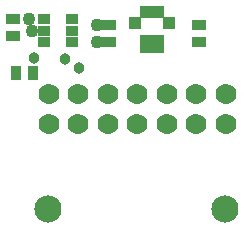
<source format=gbr>
%TF.GenerationSoftware,Altium Limited,Altium Designer,24.1.2 (44)*%
G04 Layer_Color=8388736*
%FSLAX45Y45*%
%MOMM*%
%TF.SameCoordinates,140E097B-8517-4C1D-959E-99074445C54D*%
%TF.FilePolarity,Negative*%
%TF.FileFunction,Soldermask,Top*%
%TF.Part,Single*%
G01*
G75*
%TA.AperFunction,SMDPad,CuDef*%
%ADD26C,0.96520*%
%ADD27R,0.86360X1.16840*%
%ADD28R,1.16840X0.86360*%
%ADD29R,1.10320X0.85320*%
%ADD30R,1.05320X0.50320*%
%ADD31R,0.50320X1.05320*%
%TA.AperFunction,Conductor*%
%ADD32R,1.00320X1.50320*%
%ADD33R,1.00320X1.50320*%
%TA.AperFunction,ComponentPad*%
%ADD34C,1.76320*%
%ADD35C,2.30320*%
%TA.AperFunction,ViaPad*%
%ADD36C,1.09220*%
D26*
X-889000Y622000D02*
D03*
X-508000Y533400D02*
D03*
X-622300Y609600D02*
D03*
D27*
X-1035050Y495300D02*
D03*
X-895350D02*
D03*
D28*
X-1066800Y806450D02*
D03*
Y946150D02*
D03*
X508000Y895350D02*
D03*
Y755650D02*
D03*
X-254000D02*
D03*
Y895350D02*
D03*
D29*
X-805800Y945900D02*
D03*
Y850900D02*
D03*
Y755900D02*
D03*
X-565800D02*
D03*
Y850900D02*
D03*
Y945900D02*
D03*
D30*
X259300Y891100D02*
D03*
Y941100D02*
D03*
X-30700Y891100D02*
D03*
Y941100D02*
D03*
D31*
X39300Y1011100D02*
D03*
X89300D02*
D03*
X139300D02*
D03*
X189300D02*
D03*
D32*
X64300Y741100D02*
D03*
D33*
X164300D02*
D03*
D34*
X738000Y313500D02*
D03*
X488000D02*
D03*
X238000D02*
D03*
X-12000D02*
D03*
X-262000D02*
D03*
X-512000D02*
D03*
X-762000D02*
D03*
X738000Y63500D02*
D03*
X488000D02*
D03*
X238000D02*
D03*
X-12000D02*
D03*
X-262000D02*
D03*
X-512000D02*
D03*
X-762000D02*
D03*
D35*
X-767000Y-659000D02*
D03*
X730500D02*
D03*
D36*
X-927100Y952500D02*
D03*
X-907400Y850900D02*
D03*
X-355600Y755650D02*
D03*
Y895350D02*
D03*
%TF.MD5,601f61b0873ceddd235af7340b0aa6a9*%
M02*

</source>
